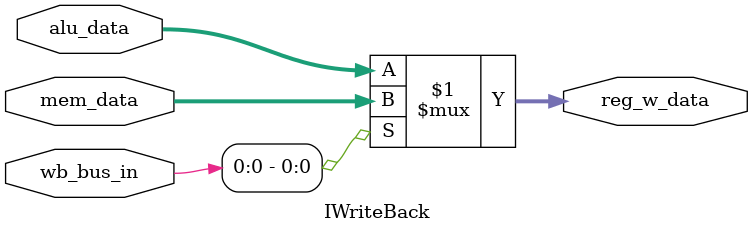
<source format=v>
`timescale 1ns / 1ps
module IWriteBack#(
				parameter DATA_WIDTH = 32,
				parameter ADDR_BITS = 32,
				parameter WB_BUS_WIDTH = 2
				)(
				input [WB_BUS_WIDTH-1:0] wb_bus_in,
				input [DATA_WIDTH-1:0] mem_data,
				input [DATA_WIDTH-1:0] alu_data,
				output [DATA_WIDTH-1:0] reg_w_data
    );
	 
	 // Write back bus bits
	localparam  [WB_BUS_WIDTH-1:0]
		mem_to_reg 	=  0, 
		reg_write  	=  1;
		
	assign reg_w_data = wb_bus_in[mem_to_reg]? mem_data : alu_data;
 



endmodule

</source>
